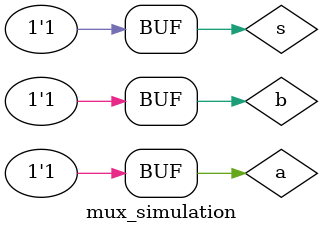
<source format=v>
`timescale 1ns / 1ps


module mux_simulation;
reg a;
reg b;
reg s;
wire y;
test_mux uut(.a(a),.b(b),.s(s),.y(y));
initial begin
a=1'b0;
b=1'b0;
s=1'b0;

#10;

s=0;
a=0;
b=1;

#10;

s=0;
a=1;
b=0;

#10;

s=0;
a=1;
b=1;

#10;

s=1;
a=0;
b=0;

#10;

s=1;
a=0;
b=1;

#10;

s=1;
a=1;
b=0;

#10;

s=1;
a=1;
b=1;

end
endmodule

</source>
